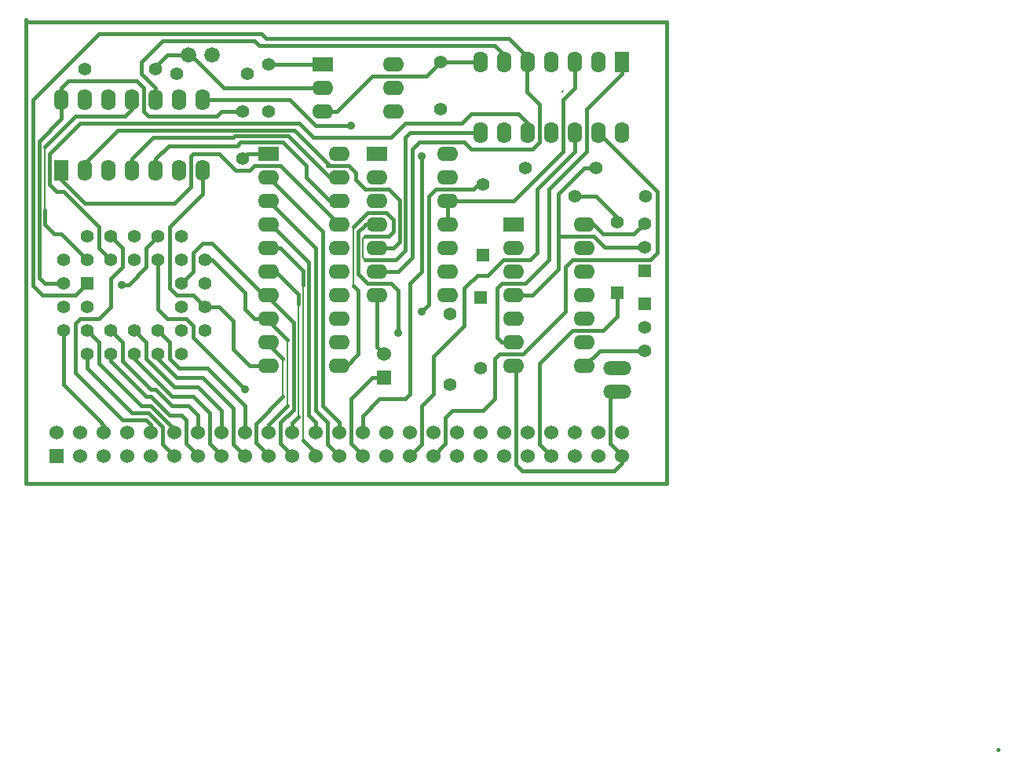
<source format=gbl>
G04 (created by PCBNEW-RS274X (2011-07-08 BZR 3044)-stable) date 03/02/2013 11:15:01*
G01*
G70*
G90*
%MOIN*%
G04 Gerber Fmt 3.4, Leading zero omitted, Abs format*
%FSLAX34Y34*%
G04 APERTURE LIST*
%ADD10C,0.006000*%
%ADD11C,0.015000*%
%ADD12C,0.055000*%
%ADD13R,0.062000X0.090000*%
%ADD14O,0.062000X0.090000*%
%ADD15R,0.055000X0.055000*%
%ADD16R,0.090000X0.062000*%
%ADD17O,0.090000X0.062000*%
%ADD18O,0.118700X0.059300*%
%ADD19C,0.066000*%
%ADD20R,0.060000X0.060000*%
%ADD21C,0.060000*%
%ADD22C,0.035000*%
%ADD23C,0.008000*%
G04 APERTURE END LIST*
G54D10*
G54D11*
X07000Y-08100D02*
X07000Y-08000D01*
X34200Y-08100D02*
X07000Y-08100D01*
X34200Y-27700D02*
X34200Y-08100D01*
X07000Y-27700D02*
X34200Y-27700D01*
X07000Y-08100D02*
X07000Y-27700D01*
G54D12*
X16200Y-11900D03*
X16200Y-13900D03*
X17300Y-09900D03*
X17300Y-11900D03*
X24600Y-11800D03*
X24600Y-09800D03*
G54D13*
X08500Y-14400D03*
G54D14*
X09500Y-14400D03*
X10500Y-14400D03*
X11500Y-14400D03*
X12500Y-14400D03*
X13500Y-14400D03*
X14500Y-14400D03*
X14500Y-11400D03*
X13500Y-11400D03*
X12500Y-11400D03*
X11500Y-11400D03*
X10500Y-11400D03*
X09500Y-11400D03*
X08500Y-11400D03*
G54D12*
X25000Y-20500D03*
X25000Y-23500D03*
G54D15*
X33250Y-20050D03*
G54D12*
X33250Y-21050D03*
X33250Y-22050D03*
G54D15*
X33250Y-18650D03*
G54D12*
X33250Y-17650D03*
X33250Y-16650D03*
X16400Y-10300D03*
X13400Y-10300D03*
X12500Y-10100D03*
X09500Y-10100D03*
X30300Y-15500D03*
X33300Y-15500D03*
G54D16*
X19600Y-09900D03*
G54D17*
X19600Y-10900D03*
X19600Y-11900D03*
X22600Y-11900D03*
X22600Y-10900D03*
X22600Y-09900D03*
G54D16*
X27700Y-16700D03*
G54D17*
X27700Y-17700D03*
X27700Y-18700D03*
X27700Y-19700D03*
X27700Y-20700D03*
X27700Y-21700D03*
X27700Y-22700D03*
X30700Y-22700D03*
X30700Y-21700D03*
X30700Y-20700D03*
X30700Y-19700D03*
X30700Y-18700D03*
X30700Y-17700D03*
X30700Y-16700D03*
G54D15*
X09600Y-19200D03*
G54D12*
X08600Y-20200D03*
X09600Y-20200D03*
X08600Y-21200D03*
X09600Y-22200D03*
X09600Y-21200D03*
X10600Y-22200D03*
X10600Y-21200D03*
X11600Y-22200D03*
X11600Y-21200D03*
X12600Y-22200D03*
X12600Y-21200D03*
X13600Y-22200D03*
X14600Y-21200D03*
X13600Y-21200D03*
X14600Y-20200D03*
X13600Y-20200D03*
X14600Y-19200D03*
X13600Y-19200D03*
X14600Y-18200D03*
X13600Y-17200D03*
X13600Y-18200D03*
X12600Y-17200D03*
X12600Y-18200D03*
X11600Y-17200D03*
X11600Y-18200D03*
X10600Y-17200D03*
X10600Y-18200D03*
X09600Y-18200D03*
X08600Y-19200D03*
X09600Y-17200D03*
X08600Y-18200D03*
G54D13*
X32300Y-09800D03*
G54D14*
X31300Y-09800D03*
X30300Y-09800D03*
X29300Y-09800D03*
X28300Y-09800D03*
X27300Y-09800D03*
X26300Y-09800D03*
X26300Y-12800D03*
X27300Y-12800D03*
X28300Y-12800D03*
X29300Y-12800D03*
X30300Y-12800D03*
X31300Y-12800D03*
X32300Y-12800D03*
G54D16*
X21900Y-13700D03*
G54D17*
X21900Y-14700D03*
X21900Y-15700D03*
X21900Y-16700D03*
X21900Y-17700D03*
X21900Y-18700D03*
X21900Y-19700D03*
X24900Y-19700D03*
X24900Y-18700D03*
X24900Y-17700D03*
X24900Y-16700D03*
X24900Y-15700D03*
X24900Y-14700D03*
X24900Y-13700D03*
G54D16*
X17300Y-13700D03*
G54D17*
X17300Y-14700D03*
X17300Y-15700D03*
X17300Y-16700D03*
X17300Y-17700D03*
X17300Y-18700D03*
X17300Y-19700D03*
X17300Y-20700D03*
X17300Y-21700D03*
X17300Y-22700D03*
X20300Y-22700D03*
X20300Y-21700D03*
X20300Y-20700D03*
X20300Y-19700D03*
X20300Y-18700D03*
X20300Y-17700D03*
X20300Y-16700D03*
X20300Y-15700D03*
X20300Y-14700D03*
X20300Y-13700D03*
G54D18*
X32100Y-22800D03*
X32100Y-23800D03*
G54D19*
X14900Y-09500D03*
X13900Y-09500D03*
G54D12*
X31200Y-14300D03*
X28200Y-14300D03*
G54D20*
X08294Y-26531D03*
G54D21*
X08294Y-25531D03*
X09294Y-26531D03*
X09294Y-25531D03*
X10294Y-26531D03*
X10294Y-25531D03*
X11294Y-26531D03*
X11294Y-25531D03*
X12294Y-26531D03*
X12294Y-25531D03*
X13294Y-26531D03*
X13294Y-25531D03*
X14294Y-26531D03*
X14294Y-25531D03*
X15294Y-26531D03*
X15294Y-25531D03*
X16294Y-26531D03*
X16294Y-25531D03*
X17294Y-26531D03*
X17294Y-25531D03*
X18294Y-26531D03*
X18294Y-25531D03*
X19294Y-26531D03*
X19294Y-25531D03*
X20294Y-26531D03*
X20294Y-25531D03*
X21294Y-26531D03*
X21294Y-25531D03*
X22294Y-26531D03*
X22294Y-25531D03*
X23294Y-26531D03*
X23294Y-25531D03*
X24294Y-26531D03*
X24294Y-25531D03*
X25294Y-26531D03*
X25294Y-25531D03*
X26294Y-26531D03*
X26294Y-25531D03*
X27294Y-26531D03*
X27294Y-25531D03*
X28294Y-26531D03*
X28294Y-25531D03*
X29294Y-26531D03*
X29294Y-25531D03*
X30294Y-26531D03*
X30294Y-25531D03*
X31294Y-26531D03*
X31294Y-25531D03*
X32294Y-26531D03*
X32294Y-25531D03*
G54D20*
X22200Y-23200D03*
G54D21*
X22200Y-22200D03*
G54D15*
X26300Y-19800D03*
G54D12*
X26300Y-22800D03*
G54D15*
X32100Y-19600D03*
G54D12*
X32100Y-16600D03*
G54D15*
X26400Y-18000D03*
G54D12*
X26400Y-15000D03*
G54D22*
X11050Y-19250D03*
X23800Y-20400D03*
X23800Y-13800D03*
X20800Y-12500D03*
X22800Y-21300D03*
X16300Y-23700D03*
G54D11*
X48250Y-39000D02*
X48250Y-39000D01*
G54D23*
X29750Y-11050D02*
X29800Y-11000D01*
X29750Y-11050D02*
X29800Y-11000D01*
G54D11*
X29800Y-13600D02*
X29800Y-13203D01*
X29800Y-11400D02*
X29800Y-13203D01*
X30300Y-09800D02*
X30300Y-10900D01*
X30300Y-10900D02*
X29800Y-11400D01*
X28400Y-15000D02*
X28400Y-15000D01*
X28400Y-15000D02*
X29800Y-13600D01*
G54D23*
X30300Y-09800D02*
X30250Y-10550D01*
G54D11*
X24900Y-16700D02*
X24900Y-15700D01*
X26100Y-15700D02*
X27700Y-15700D01*
X27700Y-15700D02*
X28400Y-15000D01*
X24900Y-15700D02*
X26100Y-15700D01*
X07800Y-16500D02*
X07800Y-16100D01*
X11500Y-11800D02*
X11200Y-12100D01*
X09100Y-12100D02*
X07800Y-13400D01*
X08500Y-17100D02*
X08200Y-17100D01*
G54D23*
X07800Y-16100D02*
X07800Y-13400D01*
G54D11*
X07800Y-16700D02*
X08200Y-17100D01*
X07800Y-16500D02*
X07800Y-16700D01*
X09600Y-18200D02*
X08500Y-17100D01*
X11500Y-11800D02*
X11500Y-11400D01*
X11200Y-12100D02*
X09100Y-12100D01*
X14700Y-22800D02*
X16294Y-24394D01*
X16294Y-24750D02*
X16294Y-24594D01*
X13100Y-21700D02*
X13100Y-21900D01*
G54D23*
X16294Y-24694D02*
X16294Y-24750D01*
G54D11*
X16294Y-24394D02*
X16294Y-24594D01*
X13500Y-22800D02*
X13100Y-22400D01*
X16294Y-25531D02*
X16294Y-24594D01*
X13100Y-21900D02*
X13100Y-22400D01*
G54D23*
X16294Y-24750D02*
X16294Y-25531D01*
G54D11*
X12600Y-21200D02*
X13100Y-21700D01*
X13500Y-22800D02*
X14700Y-22800D01*
X12600Y-22400D02*
X13400Y-23200D01*
X13400Y-23200D02*
X14500Y-23200D01*
X14500Y-23200D02*
X15800Y-24500D01*
X15800Y-24500D02*
X15800Y-26037D01*
X15800Y-26037D02*
X16294Y-26531D01*
X12600Y-22200D02*
X12600Y-22400D01*
X12100Y-17700D02*
X12100Y-18500D01*
X11350Y-19250D02*
X11050Y-19250D01*
X12600Y-17200D02*
X12100Y-17700D01*
X12100Y-18500D02*
X11350Y-19250D01*
X08600Y-23500D02*
X10100Y-25000D01*
X08600Y-21200D02*
X08600Y-23500D01*
X10088Y-25000D02*
X10100Y-25000D01*
X10294Y-25531D02*
X10294Y-25206D01*
X10294Y-25206D02*
X10088Y-25000D01*
X21100Y-13000D02*
X22500Y-13000D01*
X22500Y-13000D02*
X23100Y-12400D01*
X25500Y-12400D02*
X25900Y-12000D01*
X20800Y-13000D02*
X21100Y-13000D01*
X25900Y-12000D02*
X27900Y-12000D01*
X10100Y-16800D02*
X08600Y-15300D01*
X19200Y-13000D02*
X20800Y-13000D01*
X10100Y-17700D02*
X10100Y-16800D01*
X08000Y-15000D02*
X08000Y-13700D01*
X17600Y-12400D02*
X16700Y-12400D01*
X08600Y-15300D02*
X08300Y-15300D01*
X18600Y-12400D02*
X19200Y-13000D01*
X17600Y-12400D02*
X18600Y-12400D01*
X09300Y-12400D02*
X08000Y-13700D01*
X10100Y-17700D02*
X10600Y-18200D01*
X16700Y-12400D02*
X09300Y-12400D01*
X27900Y-12000D02*
X28000Y-12100D01*
X28300Y-12800D02*
X28300Y-12400D01*
X28300Y-12400D02*
X28000Y-12100D01*
X23100Y-12400D02*
X25500Y-12400D01*
X08300Y-15300D02*
X08000Y-15000D01*
X14300Y-23600D02*
X15294Y-24594D01*
X13300Y-23600D02*
X14300Y-23600D01*
X11600Y-21200D02*
X12100Y-21700D01*
X12100Y-21700D02*
X12100Y-22400D01*
X12100Y-22400D02*
X13300Y-23600D01*
X12100Y-21700D02*
X12100Y-21800D01*
X15294Y-24594D02*
X15294Y-25531D01*
X15294Y-26494D02*
X14800Y-26000D01*
X11600Y-22400D02*
X11600Y-22200D01*
X13200Y-24000D02*
X14100Y-24000D01*
X14800Y-26000D02*
X14800Y-24700D01*
X11600Y-22400D02*
X13200Y-24000D01*
X15294Y-26531D02*
X15294Y-26494D01*
X14750Y-24650D02*
X14100Y-24000D01*
X14800Y-24700D02*
X14750Y-24650D01*
X12500Y-23700D02*
X13200Y-24400D01*
X14294Y-24794D02*
X14294Y-25531D01*
X10600Y-21200D02*
X10700Y-21300D01*
X12300Y-23700D02*
X12500Y-23700D01*
X13900Y-24400D02*
X14294Y-24794D01*
X11100Y-21700D02*
X11100Y-22500D01*
X13200Y-24400D02*
X13900Y-24400D01*
X10700Y-21300D02*
X11100Y-21700D01*
X11100Y-22500D02*
X12300Y-23700D01*
X14294Y-26531D02*
X14294Y-26494D01*
X12700Y-24400D02*
X13100Y-24800D01*
X13100Y-24800D02*
X13600Y-24800D01*
X10600Y-22500D02*
X12100Y-24000D01*
X10600Y-22500D02*
X10600Y-22200D01*
G54D23*
X10600Y-22200D02*
X10600Y-22200D01*
G54D11*
X12700Y-24400D02*
X12700Y-24400D01*
X14294Y-26494D02*
X13800Y-26000D01*
X13800Y-26000D02*
X13800Y-25000D01*
X12300Y-24000D02*
X12700Y-24400D01*
X13600Y-24800D02*
X13800Y-25000D01*
X12100Y-24000D02*
X12300Y-24000D01*
X11900Y-24400D02*
X12300Y-24400D01*
X09600Y-21200D02*
X09700Y-21300D01*
X13294Y-25531D02*
X13294Y-25394D01*
X10100Y-21700D02*
X10100Y-22600D01*
X10100Y-22600D02*
X11900Y-24400D01*
X13294Y-25394D02*
X12300Y-24400D01*
X09700Y-21300D02*
X10100Y-21700D01*
X12800Y-25300D02*
X12800Y-26037D01*
X09600Y-22200D02*
X09600Y-22800D01*
X12800Y-26037D02*
X13294Y-26531D01*
X11500Y-24700D02*
X12200Y-24700D01*
X09600Y-22800D02*
X11500Y-24700D01*
X13294Y-26531D02*
X12850Y-26087D01*
X12200Y-24700D02*
X12800Y-25300D01*
G54D23*
X09600Y-22200D02*
X09600Y-22200D01*
G54D11*
X12100Y-25000D02*
X12294Y-25194D01*
X09100Y-20900D02*
X09100Y-21200D01*
X11100Y-17700D02*
X11100Y-18500D01*
X09300Y-20700D02*
X09100Y-20900D01*
X10600Y-17200D02*
X10700Y-17300D01*
X09100Y-23000D02*
X11100Y-25000D01*
X11100Y-25000D02*
X12100Y-25000D01*
X11100Y-18500D02*
X10600Y-19000D01*
X10700Y-17300D02*
X11100Y-17700D01*
X09100Y-21200D02*
X09100Y-23000D01*
X12294Y-25531D02*
X12294Y-25194D01*
X10600Y-19000D02*
X10600Y-20200D01*
X10600Y-20200D02*
X10100Y-20700D01*
X10100Y-20700D02*
X09300Y-20700D01*
X20294Y-25094D02*
X20294Y-25531D01*
X17300Y-14700D02*
X19600Y-17000D01*
G54D23*
X20294Y-25531D02*
X20294Y-25094D01*
G54D11*
X17300Y-14700D02*
X17300Y-14700D01*
X17300Y-14700D02*
X17300Y-14800D01*
X19600Y-17100D02*
X19600Y-17200D01*
X19600Y-17200D02*
X19600Y-24400D01*
X19600Y-24400D02*
X20294Y-25094D01*
X19600Y-17000D02*
X19600Y-17200D01*
G54D23*
X20294Y-26494D02*
X19800Y-26000D01*
X19800Y-25100D02*
X19800Y-26000D01*
G54D11*
X19300Y-24600D02*
X19800Y-25100D01*
X17300Y-15700D02*
X17300Y-15700D01*
X19300Y-17700D02*
X19300Y-24600D01*
X17300Y-15700D02*
X19300Y-17700D01*
G54D23*
X20294Y-26494D02*
X20294Y-26531D01*
G54D11*
X19800Y-25100D02*
X19800Y-26037D01*
X19800Y-26037D02*
X20294Y-26531D01*
G54D23*
X19294Y-25094D02*
X19000Y-24800D01*
X19294Y-25094D02*
X19294Y-25531D01*
X19000Y-24800D02*
X19000Y-18500D01*
G54D11*
X19000Y-18300D02*
X19000Y-24800D01*
X17400Y-16700D02*
X19000Y-18300D01*
X19294Y-25094D02*
X19294Y-25531D01*
X19000Y-24800D02*
X19294Y-25094D01*
X17300Y-16700D02*
X17400Y-16700D01*
X19294Y-26394D02*
X18750Y-25850D01*
G54D23*
X18750Y-24850D02*
X18750Y-25850D01*
G54D11*
X19294Y-26394D02*
X19294Y-26531D01*
X18748Y-18648D02*
X17800Y-17700D01*
X18748Y-19248D02*
X18748Y-18648D01*
X18750Y-19250D02*
X18748Y-19248D01*
G54D23*
X18750Y-24950D02*
X18750Y-24850D01*
G54D11*
X17800Y-17700D02*
X17300Y-17700D01*
G54D23*
X18750Y-24850D02*
X18750Y-19250D01*
X18550Y-24850D02*
X18550Y-23950D01*
G54D11*
X17300Y-18700D02*
X17600Y-18700D01*
X18294Y-25106D02*
X18294Y-25531D01*
X17600Y-18700D02*
X18550Y-19650D01*
X18550Y-19650D02*
X18550Y-20050D01*
G54D23*
X18550Y-23950D02*
X18550Y-20050D01*
G54D11*
X18294Y-25106D02*
X18550Y-24850D01*
X18350Y-24450D02*
X18350Y-24450D01*
X14100Y-17900D02*
X14500Y-17500D01*
X17100Y-19700D02*
X17300Y-19700D01*
X17800Y-25100D02*
X18353Y-24547D01*
X18294Y-26531D02*
X18294Y-26494D01*
G54D23*
X14400Y-17600D02*
X14100Y-17900D01*
G54D11*
X17800Y-26000D02*
X17800Y-25100D01*
X18350Y-24450D02*
X18350Y-20850D01*
X18353Y-24547D02*
X18353Y-24450D01*
X18353Y-24450D02*
X18350Y-24450D01*
X17300Y-19700D02*
X17300Y-19800D01*
X14500Y-17500D02*
X14900Y-17500D01*
X14100Y-17900D02*
X14100Y-18700D01*
X14100Y-18700D02*
X13600Y-19200D01*
X17300Y-19800D02*
X18350Y-20850D01*
G54D23*
X14100Y-17900D02*
X14100Y-18000D01*
G54D11*
X17100Y-19700D02*
X14900Y-17500D01*
X18294Y-26494D02*
X17800Y-26000D01*
X17300Y-20700D02*
X17300Y-20800D01*
X17294Y-25531D02*
X17294Y-25194D01*
X17300Y-20700D02*
X16700Y-20700D01*
X17294Y-25194D02*
X18100Y-24388D01*
X16700Y-20700D02*
X16300Y-20300D01*
X14900Y-18200D02*
X14600Y-18200D01*
G54D23*
X18100Y-24388D02*
X18100Y-21600D01*
G54D11*
X17300Y-20800D02*
X18100Y-21600D01*
X16300Y-19600D02*
X14900Y-18200D01*
X16300Y-20300D02*
X16300Y-19600D01*
X16750Y-25950D02*
X16750Y-25150D01*
G54D23*
X17900Y-24000D02*
X17900Y-22400D01*
G54D11*
X16750Y-25150D02*
X17900Y-24000D01*
X17300Y-21800D02*
X17900Y-22400D01*
X17294Y-26494D02*
X16750Y-25950D01*
X17294Y-26531D02*
X17294Y-26494D01*
X17300Y-21700D02*
X17300Y-21800D01*
X15800Y-13000D02*
X15868Y-12932D01*
X12400Y-13000D02*
X15800Y-13000D01*
X19900Y-14700D02*
X18132Y-12932D01*
X20300Y-14700D02*
X19900Y-14700D01*
X11500Y-13900D02*
X12400Y-13000D01*
X11500Y-13900D02*
X11500Y-14400D01*
X15868Y-12932D02*
X18132Y-12932D01*
X20300Y-15700D02*
X19900Y-15700D01*
X12500Y-14400D02*
X12500Y-13900D01*
X15950Y-13350D02*
X16100Y-13200D01*
X12500Y-13900D02*
X13050Y-13350D01*
X17900Y-13200D02*
X17700Y-13200D01*
X18900Y-14700D02*
X18900Y-14200D01*
X18900Y-14200D02*
X17900Y-13200D01*
X19900Y-15700D02*
X18900Y-14700D01*
X16100Y-13200D02*
X17700Y-13200D01*
X13050Y-13350D02*
X15950Y-13350D01*
X14100Y-13700D02*
X14000Y-13800D01*
X15200Y-13700D02*
X14100Y-13700D01*
X15900Y-14400D02*
X15200Y-13700D01*
X14000Y-13800D02*
X14000Y-15100D01*
X08500Y-14400D02*
X08500Y-14800D01*
X09500Y-15800D02*
X13300Y-15800D01*
X17800Y-14200D02*
X20300Y-16700D01*
X16500Y-14400D02*
X16700Y-14200D01*
X16500Y-14400D02*
X15900Y-14400D01*
X16700Y-14200D02*
X17800Y-14200D01*
X14000Y-15100D02*
X13300Y-15800D01*
X08500Y-14800D02*
X09500Y-15800D01*
X22868Y-16000D02*
X22868Y-15668D01*
X21000Y-14500D02*
X20700Y-14200D01*
X21000Y-14800D02*
X21000Y-14500D01*
X21400Y-15200D02*
X21000Y-14800D01*
X22400Y-15200D02*
X21400Y-15200D01*
X22868Y-15668D02*
X22400Y-15200D01*
X19900Y-14200D02*
X18400Y-12700D01*
X19800Y-14200D02*
X19900Y-14200D01*
X18400Y-12700D02*
X10900Y-12700D01*
X21900Y-17700D02*
X22600Y-17700D01*
X09500Y-14400D02*
X09500Y-14100D01*
X20700Y-14200D02*
X19800Y-14200D01*
X10900Y-12700D02*
X10200Y-13400D01*
X22600Y-17700D02*
X22868Y-17432D01*
X09500Y-14100D02*
X10200Y-13400D01*
X22868Y-17432D02*
X22868Y-16000D01*
X10200Y-13400D02*
X10900Y-12700D01*
X28800Y-11600D02*
X28800Y-13200D01*
X28250Y-11050D02*
X28800Y-11600D01*
X26700Y-13500D02*
X28500Y-13500D01*
X28500Y-13500D02*
X28800Y-13200D01*
X24600Y-13200D02*
X25600Y-13200D01*
X23700Y-13200D02*
X24600Y-13200D01*
X23400Y-13500D02*
X23700Y-13200D01*
X28250Y-09850D02*
X28250Y-11050D01*
X22800Y-18700D02*
X23400Y-18100D01*
X28250Y-09850D02*
X28300Y-09800D01*
X22800Y-18700D02*
X22900Y-18600D01*
X22800Y-18700D02*
X22900Y-18600D01*
X09100Y-19700D02*
X07700Y-19700D01*
X09600Y-19200D02*
X09100Y-19700D01*
X17000Y-08600D02*
X10100Y-08600D01*
X28300Y-09600D02*
X28300Y-09800D01*
X28300Y-09600D02*
X27500Y-08800D01*
X07700Y-19700D02*
X07300Y-19300D01*
X07300Y-11400D02*
X09000Y-09700D01*
X07300Y-19300D02*
X07300Y-11400D01*
X10100Y-08600D02*
X09000Y-09700D01*
X27500Y-08800D02*
X17200Y-08800D01*
X17200Y-08800D02*
X17000Y-08600D01*
X25900Y-13500D02*
X25600Y-13200D01*
X25900Y-13500D02*
X26700Y-13500D01*
X21900Y-18700D02*
X22800Y-18700D01*
X23400Y-18100D02*
X23400Y-13500D01*
X23800Y-20400D02*
X24100Y-20100D01*
X24100Y-15500D02*
X24200Y-15400D01*
X24100Y-20100D02*
X24100Y-15500D01*
X26400Y-15000D02*
X26200Y-15000D01*
X26200Y-15000D02*
X26000Y-15200D01*
X26000Y-15200D02*
X24400Y-15200D01*
X24400Y-15200D02*
X24200Y-15400D01*
X30700Y-14300D02*
X31200Y-14300D01*
X33250Y-17650D02*
X31550Y-17650D01*
X31100Y-17200D02*
X29600Y-17200D01*
X30100Y-14900D02*
X30700Y-14300D01*
X29600Y-15400D02*
X30100Y-14900D01*
X29600Y-15400D02*
X29600Y-17200D01*
X29600Y-17200D02*
X29600Y-18600D01*
X27700Y-19700D02*
X28500Y-19700D01*
X29600Y-18600D02*
X28500Y-19700D01*
X31550Y-17650D02*
X31100Y-17200D01*
X29200Y-17400D02*
X29200Y-18200D01*
X29200Y-18200D02*
X28200Y-19200D01*
X29200Y-15400D02*
X29200Y-15200D01*
X29200Y-17400D02*
X29200Y-15400D01*
X29200Y-15200D02*
X30800Y-13600D01*
X30800Y-13200D02*
X30800Y-13600D01*
X30800Y-11800D02*
X32300Y-10300D01*
X30800Y-13200D02*
X30800Y-11800D01*
X32300Y-09800D02*
X32300Y-10300D01*
X27200Y-19200D02*
X28200Y-19200D01*
X27000Y-19400D02*
X27200Y-19200D01*
X27000Y-21500D02*
X27000Y-19400D01*
X27200Y-21700D02*
X27000Y-21500D01*
X27200Y-21700D02*
X27700Y-21700D01*
G54D23*
X32300Y-09800D02*
X32250Y-10150D01*
G54D11*
X19600Y-11900D02*
X20200Y-11900D01*
X20200Y-11900D02*
X21700Y-10400D01*
X21700Y-10400D02*
X24000Y-10400D01*
X20400Y-11700D02*
X20200Y-11900D01*
X24000Y-10400D02*
X24600Y-09800D01*
X21900Y-19700D02*
X21900Y-21900D01*
X21900Y-21900D02*
X22200Y-22200D01*
X20200Y-11900D02*
X19600Y-11900D01*
X14500Y-14400D02*
X14500Y-15400D01*
X14100Y-19700D02*
X14600Y-20200D01*
X13400Y-19700D02*
X14100Y-19700D01*
X13100Y-19400D02*
X13400Y-19700D01*
X13100Y-16800D02*
X13100Y-19400D01*
X14500Y-15400D02*
X13100Y-16800D01*
X32294Y-26531D02*
X32294Y-26806D01*
X28050Y-27150D02*
X27800Y-26900D01*
X32294Y-26806D02*
X31950Y-27150D01*
X31950Y-27150D02*
X28050Y-27150D01*
X27800Y-22800D02*
X27700Y-22700D01*
X27800Y-26900D02*
X27800Y-22800D01*
X32294Y-26494D02*
X31800Y-26000D01*
X31800Y-24100D02*
X32100Y-23800D01*
X32294Y-26531D02*
X32294Y-26494D01*
X31800Y-26000D02*
X31800Y-24100D01*
X17300Y-13700D02*
X16400Y-13700D01*
X16400Y-13700D02*
X16200Y-13900D01*
X14600Y-20200D02*
X15200Y-20200D01*
X16500Y-22700D02*
X17300Y-22700D01*
X15800Y-22000D02*
X16500Y-22700D01*
X15800Y-20800D02*
X15800Y-22000D01*
X15200Y-20200D02*
X15800Y-20800D01*
X24600Y-09800D02*
X26300Y-09800D01*
G54D23*
X27750Y-22850D02*
X27700Y-22700D01*
G54D11*
X27300Y-18200D02*
X27250Y-18200D01*
X28700Y-15200D02*
X28700Y-17900D01*
X24300Y-22300D02*
X24300Y-23000D01*
X25600Y-21000D02*
X24300Y-22300D01*
X25600Y-20100D02*
X25600Y-21000D01*
X23800Y-24400D02*
X24300Y-23900D01*
X24300Y-23900D02*
X24300Y-23000D01*
X23800Y-24500D02*
X23800Y-24400D01*
X26600Y-18850D02*
X26150Y-18850D01*
X26150Y-18850D02*
X25700Y-19300D01*
X23294Y-26531D02*
X23800Y-26025D01*
X23800Y-24500D02*
X23800Y-26025D01*
X25600Y-19400D02*
X25600Y-20100D01*
X25600Y-19400D02*
X25700Y-19300D01*
X30300Y-13600D02*
X28700Y-15200D01*
X30300Y-13600D02*
X30300Y-12800D01*
X28700Y-17900D02*
X28400Y-18200D01*
X28400Y-18200D02*
X27300Y-18200D01*
X27250Y-18200D02*
X26600Y-18850D01*
X23800Y-15200D02*
X23800Y-18700D01*
X23800Y-18700D02*
X23500Y-19000D01*
X23300Y-19200D02*
X23300Y-23900D01*
X23500Y-19000D02*
X23300Y-19200D01*
X21294Y-25531D02*
X21294Y-24806D01*
X22000Y-24100D02*
X23100Y-24100D01*
X21294Y-24806D02*
X22000Y-24100D01*
X23800Y-13800D02*
X23800Y-15200D01*
X23300Y-23900D02*
X23100Y-24100D01*
X32100Y-16400D02*
X31200Y-15500D01*
X32100Y-16600D02*
X32100Y-16400D01*
X31200Y-15500D02*
X30300Y-15500D01*
X15400Y-10900D02*
X15200Y-10700D01*
X12500Y-10000D02*
X13000Y-09500D01*
X14000Y-09500D02*
X15200Y-10700D01*
X12500Y-10100D02*
X12500Y-10000D01*
X13000Y-09500D02*
X13900Y-09500D01*
X12500Y-10000D02*
X13000Y-09500D01*
X15400Y-10900D02*
X19600Y-10900D01*
X13000Y-09500D02*
X14000Y-09500D01*
X31350Y-22050D02*
X30700Y-22700D01*
X33250Y-22050D02*
X31350Y-22050D01*
X20800Y-12500D02*
X19300Y-12500D01*
X18200Y-11400D02*
X14500Y-11400D01*
X19300Y-12500D02*
X18200Y-11400D01*
X12500Y-11400D02*
X12500Y-10900D01*
X16700Y-08900D02*
X16900Y-09100D01*
X27300Y-09800D02*
X27300Y-09500D01*
X26900Y-09100D02*
X18700Y-09100D01*
X12500Y-10900D02*
X11900Y-10300D01*
X11900Y-10300D02*
X11900Y-09800D01*
X11900Y-09800D02*
X12800Y-08900D01*
X12800Y-08900D02*
X16700Y-08900D01*
G54D23*
X18700Y-09100D02*
X18700Y-09100D01*
G54D11*
X16900Y-09100D02*
X18700Y-09100D01*
X27300Y-09500D02*
X26900Y-09100D01*
X21400Y-16700D02*
X21350Y-16750D01*
X21400Y-16700D02*
X21900Y-16700D01*
X22500Y-19200D02*
X21500Y-19200D01*
X21500Y-19200D02*
X21200Y-18900D01*
X22800Y-21300D02*
X22800Y-21300D01*
X22500Y-19200D02*
X22800Y-19500D01*
X21100Y-18800D02*
X21200Y-18900D01*
X21350Y-16750D02*
X21100Y-17000D01*
X22800Y-19500D02*
X22800Y-21300D01*
X21100Y-17000D02*
X21100Y-18800D01*
G54D23*
X22800Y-21300D02*
X22800Y-21300D01*
G54D11*
X32100Y-19600D02*
X32100Y-20600D01*
X28800Y-26037D02*
X29294Y-26531D01*
X32100Y-20600D02*
X31500Y-21200D01*
X31500Y-21200D02*
X30200Y-21200D01*
X28800Y-22600D02*
X28800Y-26037D01*
X29700Y-21700D02*
X29000Y-22400D01*
X29000Y-22400D02*
X28800Y-22600D01*
X30200Y-21200D02*
X29700Y-21700D01*
X29294Y-26531D02*
X29294Y-26506D01*
X13000Y-20700D02*
X13800Y-20700D01*
X13800Y-20700D02*
X14100Y-21000D01*
X12600Y-18200D02*
X12600Y-20300D01*
X12600Y-20300D02*
X13000Y-20700D01*
X14100Y-21000D02*
X14100Y-21500D01*
X14100Y-21500D02*
X16300Y-23700D01*
X16300Y-23700D02*
X16300Y-23700D01*
X22600Y-17000D02*
X22400Y-17200D01*
G54D23*
X21400Y-17200D02*
X21297Y-17303D01*
X21297Y-17303D02*
X21297Y-17500D01*
X21297Y-17500D02*
X21300Y-17500D01*
G54D11*
X21700Y-17200D02*
X21400Y-17200D01*
X20550Y-22750D02*
X21100Y-22200D01*
X21100Y-22200D02*
X21100Y-19500D01*
X21100Y-19500D02*
X20900Y-19300D01*
G54D23*
X20900Y-19300D02*
X20900Y-16800D01*
G54D11*
X20300Y-22700D02*
X20550Y-22750D01*
X22700Y-18200D02*
X21400Y-18200D01*
G54D23*
X21300Y-18100D02*
X21400Y-18200D01*
X21300Y-17500D02*
X21300Y-18100D01*
X21300Y-17500D02*
X21300Y-17500D01*
G54D11*
X22700Y-18200D02*
X23100Y-17800D01*
X23100Y-17800D02*
X23100Y-13000D01*
X26300Y-12800D02*
X24800Y-12800D01*
X24800Y-12800D02*
X24800Y-12800D01*
X24800Y-12800D02*
X23300Y-12800D01*
X23300Y-12800D02*
X23100Y-13000D01*
X22700Y-18200D02*
X23100Y-17800D01*
X25600Y-12800D02*
X26300Y-12800D01*
X20900Y-16800D02*
X21500Y-16200D01*
X22300Y-16200D02*
X22400Y-16300D01*
X22400Y-17200D02*
X21700Y-17200D01*
X22400Y-16300D02*
X22600Y-16500D01*
X22600Y-16500D02*
X22600Y-17000D01*
X21500Y-16200D02*
X22300Y-16200D01*
X30700Y-16700D02*
X31100Y-16700D01*
X32800Y-17100D02*
X33250Y-16650D01*
X31500Y-17100D02*
X32800Y-17100D01*
X31100Y-16700D02*
X31500Y-17100D01*
X22200Y-23200D02*
X21700Y-23200D01*
X21294Y-26494D02*
X20800Y-26000D01*
X20800Y-26000D02*
X20800Y-24100D01*
X20800Y-24100D02*
X21700Y-23200D01*
X21294Y-26494D02*
X21294Y-26531D01*
X17300Y-09900D02*
X19600Y-09900D01*
X08600Y-19200D02*
X07800Y-19200D01*
X16200Y-11900D02*
X15300Y-11900D01*
X13700Y-12100D02*
X12200Y-12100D01*
X12200Y-12100D02*
X12000Y-11900D01*
X12000Y-11900D02*
X12000Y-10900D01*
X12000Y-10900D02*
X11700Y-10600D01*
X11700Y-10600D02*
X08800Y-10600D01*
X08800Y-10600D02*
X08500Y-10900D01*
X08500Y-10900D02*
X08500Y-11400D01*
X15300Y-11900D02*
X15100Y-12100D01*
X15100Y-12100D02*
X13700Y-12100D01*
X08500Y-12200D02*
X07550Y-13150D01*
X07550Y-13150D02*
X07550Y-18950D01*
X08500Y-11400D02*
X08500Y-12200D01*
X07800Y-19200D02*
X07550Y-18950D01*
X29900Y-20400D02*
X28100Y-22200D01*
X31250Y-12750D02*
X33800Y-15300D01*
X33800Y-15300D02*
X33800Y-17600D01*
X31300Y-12800D02*
X31250Y-12750D01*
X28100Y-22200D02*
X27100Y-22200D01*
X24294Y-26506D02*
X24800Y-26000D01*
X24800Y-26000D02*
X24800Y-24900D01*
X24294Y-26506D02*
X24294Y-26531D01*
X27100Y-22200D02*
X26900Y-22400D01*
X26900Y-24100D02*
X26400Y-24600D01*
X26400Y-24600D02*
X25100Y-24600D01*
X25100Y-24600D02*
X24800Y-24900D01*
X26900Y-22400D02*
X26900Y-24100D01*
X33800Y-17900D02*
X33500Y-18200D01*
X33500Y-18200D02*
X30200Y-18200D01*
X30200Y-18200D02*
X29900Y-18500D01*
X29900Y-18500D02*
X29900Y-20400D01*
X33800Y-17600D02*
X33800Y-17900D01*
X24294Y-26531D02*
X24369Y-26531D01*
M02*

</source>
